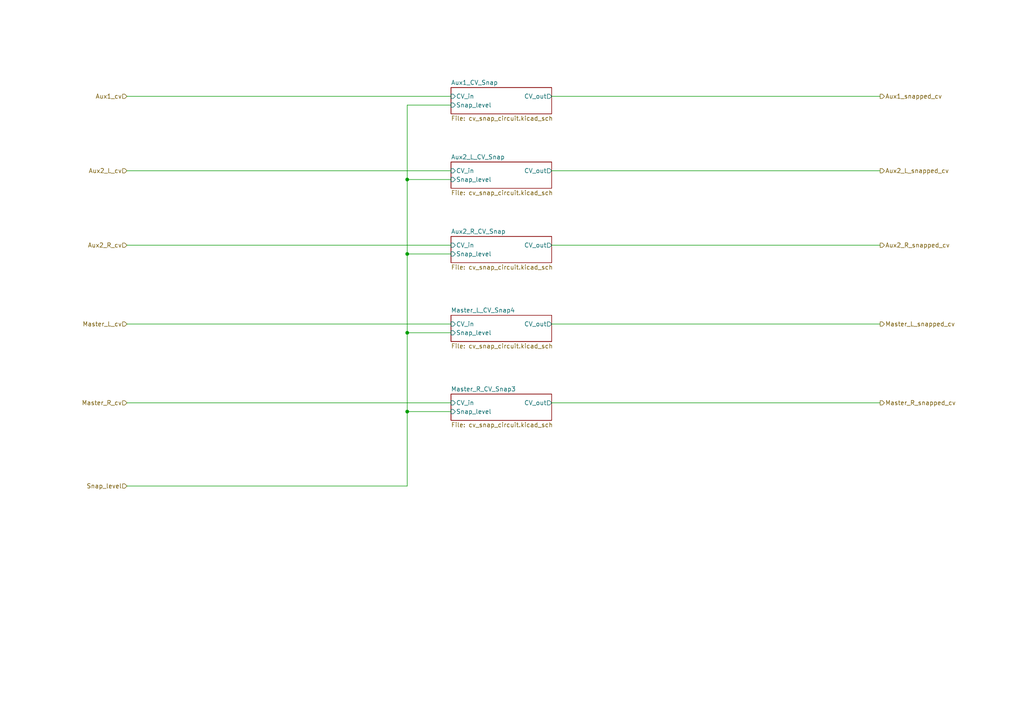
<source format=kicad_sch>
(kicad_sch (version 20230121) (generator eeschema)
  (paper "A4")
  (lib_symbols)
  (junction (at 118.11 73.66))
  (junction (at 118.11 52.07))
  (junction (at 118.11 96.52))
  (junction (at 118.11 119.38))
  (wire (pts (xy 118.11 30.48) (xy 130.81 30.48)))
  (wire (pts (xy 36.83 93.98) (xy 130.81 93.98)))
  (wire (pts (xy 118.11 52.07) (xy 130.81 52.07)))
  (wire (pts (xy 160.02 49.53) (xy 255.27 49.53)))
  (wire (pts (xy 118.11 96.52) (xy 118.11 73.66)))
  (wire (pts (xy 36.83 27.94) (xy 130.81 27.94)))
  (wire (pts (xy 118.11 52.07) (xy 118.11 30.48)))
  (wire (pts (xy 118.11 140.97) (xy 118.11 119.38)))
  (wire (pts (xy 36.83 71.12) (xy 130.81 71.12)))
  (wire (pts (xy 118.11 119.38) (xy 130.81 119.38)))
  (wire (pts (xy 160.02 27.94) (xy 255.27 27.94)))
  (wire (pts (xy 36.83 49.53) (xy 130.81 49.53)))
  (wire (pts (xy 118.11 73.66) (xy 130.81 73.66)))
  (wire (pts (xy 160.02 93.98) (xy 255.27 93.98)))
  (wire (pts (xy 36.83 140.97) (xy 118.11 140.97)))
  (wire (pts (xy 118.11 119.38) (xy 118.11 96.52)))
  (wire (pts (xy 118.11 96.52) (xy 130.81 96.52)))
  (wire (pts (xy 36.83 116.84) (xy 130.81 116.84)))
  (wire (pts (xy 160.02 116.84) (xy 255.27 116.84)))
  (wire (pts (xy 118.11 73.66) (xy 118.11 52.07)))
  (wire (pts (xy 160.02 71.12) (xy 255.27 71.12)))
  (hierarchical_label "Aux2_R_cv" (shape input) (at 36.83 71.12 180))
  (hierarchical_label "Aux1_snapped_cv" (shape output) (at 255.27 27.94 0))
  (hierarchical_label "Master_R_snapped_cv" (shape output) (at 255.27 116.84 0))
  (hierarchical_label "Master_R_cv" (shape input) (at 36.83 116.84 180))
  (hierarchical_label "Master_L_cv" (shape input) (at 36.83 93.98 180))
  (hierarchical_label "Master_L_snapped_cv" (shape output) (at 255.27 93.98 0))
  (hierarchical_label "Aux2_L_cv" (shape input) (at 36.83 49.53 180))
  (hierarchical_label "Snap_level" (shape input) (at 36.83 140.97 180))
  (hierarchical_label "Aux1_cv" (shape input) (at 36.83 27.94 180))
  (hierarchical_label "Aux2_L_snapped_cv" (shape output) (at 255.27 49.53 0))
  (hierarchical_label "Aux2_R_snapped_cv" (shape output) (at 255.27 71.12 0))
  (sheet (at 130.81 91.44) (size 29.21 7.62) (stroke (width 0.1524))
    (property "Sheetname" "Master_L_CV_Snap4" (at 130.81 90.7284 0) (effects (justify left bottom)))
    (property "Sheetfile" "cv_snap_circuit.kicad_sch" (at 130.81 99.6446 0) (effects (justify left top)))
    (pin "CV_out" output (at 160.02 93.98 0))
    (pin "CV_in" input (at 130.81 93.98 180))
    (pin "Snap_level" input (at 130.81 96.52 180))
  )
  (sheet (at 130.81 46.99) (size 29.21 7.62) (stroke (width 0.1524))
    (property "Sheetname" "Aux2_L_CV_Snap" (at 130.81 46.2784 0) (effects (justify left bottom)))
    (property "Sheetfile" "cv_snap_circuit.kicad_sch" (at 130.81 55.1946 0) (effects (justify left top)))
    (pin "CV_out" output (at 160.02 49.53 0))
    (pin "CV_in" input (at 130.81 49.53 180))
    (pin "Snap_level" input (at 130.81 52.07 180))
  )
  (sheet (at 130.81 25.4) (size 29.21 7.62) (stroke (width 0.1524))
    (property "Sheetname" "Aux1_CV_Snap" (at 130.81 24.6884 0) (effects (justify left bottom)))
    (property "Sheetfile" "cv_snap_circuit.kicad_sch" (at 130.81 33.6046 0) (effects (justify left top)))
    (pin "CV_out" output (at 160.02 27.94 0))
    (pin "CV_in" input (at 130.81 27.94 180))
    (pin "Snap_level" input (at 130.81 30.48 180))
  )
  (sheet (at 130.81 114.3) (size 29.21 7.62) (stroke (width 0.1524))
    (property "Sheetname" "Master_R_CV_Snap3" (at 130.81 113.5884 0) (effects (justify left bottom)))
    (property "Sheetfile" "cv_snap_circuit.kicad_sch" (at 130.81 122.5046 0) (effects (justify left top)))
    (pin "CV_out" output (at 160.02 116.84 0))
    (pin "CV_in" input (at 130.81 116.84 180))
    (pin "Snap_level" input (at 130.81 119.38 180))
  )
  (sheet (at 130.81 68.58) (size 29.21 7.62) (stroke (width 0.1524))
    (property "Sheetname" "Aux2_R_CV_Snap" (at 130.81 67.8684 0) (effects (justify left bottom)))
    (property "Sheetfile" "cv_snap_circuit.kicad_sch" (at 130.81 76.7846 0) (effects (justify left top)))
    (pin "CV_out" output (at 160.02 71.12 0))
    (pin "CV_in" input (at 130.81 71.12 180))
    (pin "Snap_level" input (at 130.81 73.66 180))
  )
)
</source>
